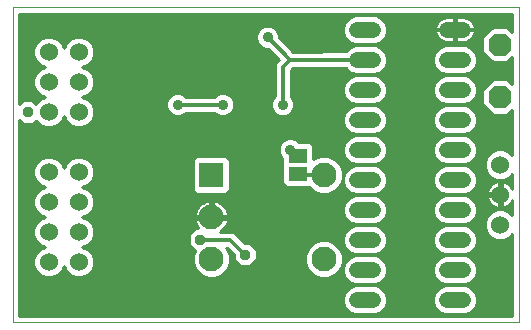
<source format=gbl>
G75*
%MOIN*%
%OFA0B0*%
%FSLAX25Y25*%
%IPPOS*%
%LPD*%
%AMOC8*
5,1,8,0,0,1.08239X$1,22.5*
%
%ADD10C,0.00000*%
%ADD11C,0.08268*%
%ADD12R,0.08268X0.08268*%
%ADD13C,0.06000*%
%ADD14C,0.05200*%
%ADD15OC8,0.07600*%
%ADD16R,0.06300X0.04600*%
%ADD17C,0.03562*%
%ADD18C,0.01200*%
%ADD19C,0.01000*%
%ADD20OC8,0.03562*%
%ADD21R,0.03562X0.03562*%
D10*
X0001500Y0021602D02*
X0001500Y0126562D01*
X0170201Y0126562D01*
X0170201Y0021602D01*
X0001500Y0021602D01*
D11*
X0067760Y0042586D03*
X0067760Y0056602D03*
X0105240Y0070617D03*
X0105240Y0042586D03*
D12*
X0067760Y0070617D03*
D13*
X0023500Y0071602D03*
X0013500Y0071602D03*
X0013500Y0061602D03*
X0023500Y0061602D03*
X0023500Y0051602D03*
X0013500Y0051602D03*
X0013500Y0041602D03*
X0023500Y0041602D03*
X0023500Y0091602D03*
X0013500Y0091602D03*
X0013500Y0101602D03*
X0023500Y0101602D03*
X0023500Y0111602D03*
X0013500Y0111602D03*
X0164000Y0074102D03*
X0164000Y0064102D03*
X0164000Y0054102D03*
D14*
X0151600Y0049121D02*
X0146400Y0049121D01*
X0146400Y0039121D02*
X0151600Y0039121D01*
X0151600Y0029121D02*
X0146400Y0029121D01*
X0121600Y0029121D02*
X0116400Y0029121D01*
X0116400Y0039121D02*
X0121600Y0039121D01*
X0121600Y0049121D02*
X0116400Y0049121D01*
X0116400Y0059121D02*
X0121600Y0059121D01*
X0121600Y0069121D02*
X0116400Y0069121D01*
X0116400Y0079121D02*
X0121600Y0079121D01*
X0121600Y0089121D02*
X0116400Y0089121D01*
X0116400Y0099121D02*
X0121600Y0099121D01*
X0121600Y0109121D02*
X0116400Y0109121D01*
X0116400Y0119121D02*
X0121600Y0119121D01*
X0146400Y0119121D02*
X0151600Y0119121D01*
X0151600Y0109121D02*
X0146400Y0109121D01*
X0146400Y0099121D02*
X0151600Y0099121D01*
X0151600Y0089121D02*
X0146400Y0089121D01*
X0146400Y0079121D02*
X0151600Y0079121D01*
X0151600Y0069121D02*
X0146400Y0069121D01*
X0146400Y0059121D02*
X0151600Y0059121D01*
D15*
X0164000Y0096602D03*
X0164000Y0114102D03*
D16*
X0096500Y0077102D03*
X0096500Y0071102D03*
D17*
X0094000Y0079102D03*
X0104000Y0081602D03*
X0091480Y0094082D03*
X0109000Y0096602D03*
X0086480Y0116582D03*
X0064000Y0104102D03*
X0056500Y0094102D03*
X0071500Y0094102D03*
X0109000Y0119102D03*
D18*
X0119000Y0109121D02*
X0096500Y0109102D01*
X0093961Y0109102D01*
X0091480Y0106621D01*
X0091480Y0094082D01*
X0071500Y0094102D02*
X0056500Y0094102D01*
X0086480Y0116582D02*
X0093961Y0109102D01*
X0096500Y0071102D02*
X0096984Y0070617D01*
X0105240Y0070617D01*
X0079000Y0044102D02*
X0074000Y0049102D01*
X0064000Y0049102D01*
D19*
X0061049Y0046564D02*
X0024846Y0046564D01*
X0024756Y0046602D02*
X0026389Y0047278D01*
X0027824Y0048713D01*
X0028600Y0050587D01*
X0028600Y0052616D01*
X0027824Y0054491D01*
X0026389Y0055925D01*
X0024756Y0056602D01*
X0026389Y0057278D01*
X0027824Y0058713D01*
X0028600Y0060587D01*
X0028600Y0062616D01*
X0027824Y0064491D01*
X0026389Y0065925D01*
X0024756Y0066602D01*
X0026389Y0067278D01*
X0027824Y0068713D01*
X0028600Y0070587D01*
X0028600Y0072616D01*
X0027824Y0074491D01*
X0026389Y0075925D01*
X0024514Y0076702D01*
X0022486Y0076702D01*
X0020611Y0075925D01*
X0019176Y0074491D01*
X0018500Y0072857D01*
X0017824Y0074491D01*
X0016389Y0075925D01*
X0014514Y0076702D01*
X0012486Y0076702D01*
X0010611Y0075925D01*
X0009176Y0074491D01*
X0008400Y0072616D01*
X0008400Y0070587D01*
X0009176Y0068713D01*
X0010611Y0067278D01*
X0012244Y0066602D01*
X0010611Y0065925D01*
X0009176Y0064491D01*
X0008400Y0062616D01*
X0008400Y0060587D01*
X0009176Y0058713D01*
X0010611Y0057278D01*
X0012244Y0056602D01*
X0010611Y0055925D01*
X0009176Y0054491D01*
X0008400Y0052616D01*
X0008400Y0050587D01*
X0009176Y0048713D01*
X0010611Y0047278D01*
X0012244Y0046602D01*
X0010611Y0045925D01*
X0009176Y0044491D01*
X0008400Y0042616D01*
X0008400Y0040587D01*
X0009176Y0038713D01*
X0010611Y0037278D01*
X0012486Y0036502D01*
X0014514Y0036502D01*
X0016389Y0037278D01*
X0017824Y0038713D01*
X0018500Y0040346D01*
X0019176Y0038713D01*
X0020611Y0037278D01*
X0022486Y0036502D01*
X0024514Y0036502D01*
X0026389Y0037278D01*
X0027824Y0038713D01*
X0028600Y0040587D01*
X0028600Y0042616D01*
X0027824Y0044491D01*
X0026389Y0045925D01*
X0024756Y0046602D01*
X0026674Y0047563D02*
X0060119Y0047563D01*
X0060119Y0047494D02*
X0062188Y0045425D01*
X0061526Y0043826D01*
X0061526Y0041346D01*
X0062475Y0039055D01*
X0064229Y0037301D01*
X0066520Y0036352D01*
X0069000Y0036352D01*
X0071291Y0037301D01*
X0073045Y0039055D01*
X0073994Y0041346D01*
X0073994Y0043826D01*
X0073045Y0046117D01*
X0072760Y0046402D01*
X0072882Y0046402D01*
X0075119Y0044164D01*
X0075119Y0042494D01*
X0077392Y0040221D01*
X0080608Y0040221D01*
X0082881Y0042494D01*
X0082881Y0045709D01*
X0080608Y0047983D01*
X0078937Y0047983D01*
X0075529Y0051391D01*
X0074537Y0051802D01*
X0070738Y0051802D01*
X0071430Y0052304D01*
X0072057Y0052931D01*
X0072578Y0053649D01*
X0072981Y0054439D01*
X0073255Y0055282D01*
X0073385Y0056102D01*
X0068260Y0056102D01*
X0068260Y0057102D01*
X0067260Y0057102D01*
X0067260Y0062227D01*
X0066441Y0062097D01*
X0065597Y0061823D01*
X0064807Y0061420D01*
X0064090Y0060899D01*
X0063463Y0060272D01*
X0062941Y0059554D01*
X0062539Y0058764D01*
X0062265Y0057921D01*
X0062135Y0057102D01*
X0067260Y0057102D01*
X0067260Y0056102D01*
X0062135Y0056102D01*
X0062265Y0055282D01*
X0062539Y0054439D01*
X0062941Y0053649D01*
X0063425Y0052983D01*
X0062392Y0052983D01*
X0060119Y0050709D01*
X0060119Y0047494D01*
X0060119Y0048561D02*
X0027672Y0048561D01*
X0028174Y0049560D02*
X0060119Y0049560D01*
X0060119Y0050558D02*
X0028588Y0050558D01*
X0028600Y0051557D02*
X0060967Y0051557D01*
X0061965Y0052555D02*
X0028600Y0052555D01*
X0028212Y0053554D02*
X0063010Y0053554D01*
X0062502Y0054553D02*
X0027762Y0054553D01*
X0026763Y0055551D02*
X0062222Y0055551D01*
X0062206Y0057548D02*
X0026659Y0057548D01*
X0027657Y0058547D02*
X0062468Y0058547D01*
X0062937Y0059545D02*
X0028168Y0059545D01*
X0028582Y0060544D02*
X0063734Y0060544D01*
X0065046Y0061542D02*
X0028600Y0061542D01*
X0028600Y0062541D02*
X0113172Y0062541D01*
X0113738Y0063106D02*
X0112416Y0061784D01*
X0111700Y0060056D01*
X0111700Y0058186D01*
X0112416Y0056459D01*
X0113738Y0055137D01*
X0115465Y0054421D01*
X0122535Y0054421D01*
X0124262Y0055137D01*
X0125584Y0056459D01*
X0126300Y0058186D01*
X0126300Y0060056D01*
X0125584Y0061784D01*
X0124262Y0063106D01*
X0122535Y0063821D01*
X0115465Y0063821D01*
X0113738Y0063106D01*
X0114784Y0063539D02*
X0028218Y0063539D01*
X0027776Y0064538D02*
X0062602Y0064538D01*
X0062756Y0064384D02*
X0072764Y0064384D01*
X0073994Y0065614D01*
X0073994Y0075621D01*
X0072764Y0076851D01*
X0062756Y0076851D01*
X0061526Y0075621D01*
X0061526Y0065614D01*
X0062756Y0064384D01*
X0061604Y0065536D02*
X0026778Y0065536D01*
X0026644Y0067533D02*
X0061526Y0067533D01*
X0061526Y0066535D02*
X0024918Y0066535D01*
X0027643Y0068532D02*
X0061526Y0068532D01*
X0061526Y0069530D02*
X0028162Y0069530D01*
X0028576Y0070529D02*
X0061526Y0070529D01*
X0061526Y0071527D02*
X0028600Y0071527D01*
X0028600Y0072526D02*
X0061526Y0072526D01*
X0061526Y0073524D02*
X0028224Y0073524D01*
X0027791Y0074523D02*
X0061526Y0074523D01*
X0061526Y0075521D02*
X0026793Y0075521D01*
X0024954Y0076520D02*
X0062425Y0076520D01*
X0073095Y0076520D02*
X0091093Y0076520D01*
X0091250Y0076363D02*
X0091250Y0067932D01*
X0092480Y0066702D01*
X0100340Y0066702D01*
X0101709Y0065333D01*
X0104000Y0064384D01*
X0106480Y0064384D01*
X0108771Y0065333D01*
X0110525Y0067086D01*
X0111474Y0069377D01*
X0111474Y0071857D01*
X0110525Y0074149D01*
X0108771Y0075902D01*
X0106480Y0076851D01*
X0104000Y0076851D01*
X0101750Y0075919D01*
X0101750Y0080271D01*
X0100520Y0081502D01*
X0097089Y0081502D01*
X0096198Y0082392D01*
X0094772Y0082983D01*
X0093228Y0082983D01*
X0091802Y0082392D01*
X0090710Y0081300D01*
X0090119Y0079874D01*
X0090119Y0078330D01*
X0090710Y0076903D01*
X0091250Y0076363D01*
X0091250Y0075521D02*
X0073994Y0075521D01*
X0073994Y0074523D02*
X0091250Y0074523D01*
X0091250Y0073524D02*
X0073994Y0073524D01*
X0073994Y0072526D02*
X0091250Y0072526D01*
X0091250Y0071527D02*
X0073994Y0071527D01*
X0073994Y0070529D02*
X0091250Y0070529D01*
X0091250Y0069530D02*
X0073994Y0069530D01*
X0073994Y0068532D02*
X0091250Y0068532D01*
X0091649Y0067533D02*
X0073994Y0067533D01*
X0073994Y0066535D02*
X0100507Y0066535D01*
X0101505Y0065536D02*
X0073916Y0065536D01*
X0072918Y0064538D02*
X0103628Y0064538D01*
X0106852Y0064538D02*
X0115184Y0064538D01*
X0115465Y0064421D02*
X0122535Y0064421D01*
X0124262Y0065137D01*
X0125584Y0066459D01*
X0126300Y0068186D01*
X0126300Y0070056D01*
X0125584Y0071784D01*
X0124262Y0073106D01*
X0122535Y0073821D01*
X0115465Y0073821D01*
X0113738Y0073106D01*
X0112416Y0071784D01*
X0111700Y0070056D01*
X0111700Y0068186D01*
X0112416Y0066459D01*
X0113738Y0065137D01*
X0115465Y0064421D01*
X0113338Y0065536D02*
X0108975Y0065536D01*
X0109973Y0066535D02*
X0112384Y0066535D01*
X0111971Y0067533D02*
X0110710Y0067533D01*
X0111124Y0068532D02*
X0111700Y0068532D01*
X0111700Y0069530D02*
X0111474Y0069530D01*
X0111474Y0070529D02*
X0111896Y0070529D01*
X0112309Y0071527D02*
X0111474Y0071527D01*
X0111197Y0072526D02*
X0113158Y0072526D01*
X0114748Y0073524D02*
X0110784Y0073524D01*
X0110151Y0074523D02*
X0115220Y0074523D01*
X0115465Y0074421D02*
X0122535Y0074421D01*
X0124262Y0075137D01*
X0125584Y0076459D01*
X0126300Y0078186D01*
X0126300Y0080056D01*
X0125584Y0081784D01*
X0124262Y0083106D01*
X0122535Y0083821D01*
X0115465Y0083821D01*
X0113738Y0083106D01*
X0112416Y0081784D01*
X0111700Y0080056D01*
X0111700Y0078186D01*
X0112416Y0076459D01*
X0113738Y0075137D01*
X0115465Y0074421D01*
X0113353Y0075521D02*
X0109152Y0075521D01*
X0107280Y0076520D02*
X0112390Y0076520D01*
X0111977Y0077518D02*
X0101750Y0077518D01*
X0101750Y0076520D02*
X0103200Y0076520D01*
X0101750Y0078517D02*
X0111700Y0078517D01*
X0111700Y0079515D02*
X0101750Y0079515D01*
X0101508Y0080514D02*
X0111890Y0080514D01*
X0112303Y0081512D02*
X0097078Y0081512D01*
X0095911Y0082511D02*
X0113143Y0082511D01*
X0114712Y0083509D02*
X0003600Y0083509D01*
X0003600Y0082511D02*
X0092089Y0082511D01*
X0090922Y0081512D02*
X0003600Y0081512D01*
X0003600Y0080514D02*
X0090384Y0080514D01*
X0090119Y0079515D02*
X0003600Y0079515D01*
X0003600Y0078517D02*
X0090119Y0078517D01*
X0090455Y0077518D02*
X0003600Y0077518D01*
X0003600Y0076520D02*
X0012046Y0076520D01*
X0010207Y0075521D02*
X0003600Y0075521D01*
X0003600Y0074523D02*
X0009209Y0074523D01*
X0008776Y0073524D02*
X0003600Y0073524D01*
X0003600Y0072526D02*
X0008400Y0072526D01*
X0008400Y0071527D02*
X0003600Y0071527D01*
X0003600Y0070529D02*
X0008424Y0070529D01*
X0008838Y0069530D02*
X0003600Y0069530D01*
X0003600Y0068532D02*
X0009357Y0068532D01*
X0010356Y0067533D02*
X0003600Y0067533D01*
X0003600Y0066535D02*
X0012082Y0066535D01*
X0010222Y0065536D02*
X0003600Y0065536D01*
X0003600Y0064538D02*
X0009223Y0064538D01*
X0008782Y0063539D02*
X0003600Y0063539D01*
X0003600Y0062541D02*
X0008400Y0062541D01*
X0008400Y0061542D02*
X0003600Y0061542D01*
X0003600Y0060544D02*
X0008418Y0060544D01*
X0008832Y0059545D02*
X0003600Y0059545D01*
X0003600Y0058547D02*
X0009343Y0058547D01*
X0010341Y0057548D02*
X0003600Y0057548D01*
X0003600Y0056550D02*
X0012118Y0056550D01*
X0010237Y0055551D02*
X0003600Y0055551D01*
X0003600Y0054553D02*
X0009238Y0054553D01*
X0008788Y0053554D02*
X0003600Y0053554D01*
X0003600Y0052555D02*
X0008400Y0052555D01*
X0008400Y0051557D02*
X0003600Y0051557D01*
X0003600Y0050558D02*
X0008412Y0050558D01*
X0008825Y0049560D02*
X0003600Y0049560D01*
X0003600Y0048561D02*
X0009328Y0048561D01*
X0010326Y0047563D02*
X0003600Y0047563D01*
X0003600Y0046564D02*
X0012154Y0046564D01*
X0010252Y0045566D02*
X0003600Y0045566D01*
X0003600Y0044567D02*
X0009253Y0044567D01*
X0008795Y0043569D02*
X0003600Y0043569D01*
X0003600Y0042570D02*
X0008400Y0042570D01*
X0008400Y0041572D02*
X0003600Y0041572D01*
X0003600Y0040573D02*
X0008406Y0040573D01*
X0008819Y0039575D02*
X0003600Y0039575D01*
X0003600Y0038576D02*
X0009313Y0038576D01*
X0010311Y0037578D02*
X0003600Y0037578D01*
X0003600Y0036579D02*
X0012298Y0036579D01*
X0014702Y0036579D02*
X0022298Y0036579D01*
X0020311Y0037578D02*
X0016689Y0037578D01*
X0017687Y0038576D02*
X0019313Y0038576D01*
X0018819Y0039575D02*
X0018181Y0039575D01*
X0024702Y0036579D02*
X0065971Y0036579D01*
X0063952Y0037578D02*
X0026689Y0037578D01*
X0027687Y0038576D02*
X0062953Y0038576D01*
X0062260Y0039575D02*
X0028181Y0039575D01*
X0028594Y0040573D02*
X0061846Y0040573D01*
X0061526Y0041572D02*
X0028600Y0041572D01*
X0028600Y0042570D02*
X0061526Y0042570D01*
X0061526Y0043569D02*
X0028205Y0043569D01*
X0027747Y0044567D02*
X0061833Y0044567D01*
X0062047Y0045566D02*
X0026748Y0045566D01*
X0024882Y0056550D02*
X0067260Y0056550D01*
X0067260Y0057548D02*
X0068260Y0057548D01*
X0068260Y0057102D02*
X0068260Y0062227D01*
X0069079Y0062097D01*
X0069922Y0061823D01*
X0070713Y0061420D01*
X0071430Y0060899D01*
X0072057Y0060272D01*
X0072578Y0059554D01*
X0072981Y0058764D01*
X0073255Y0057921D01*
X0073385Y0057102D01*
X0068260Y0057102D01*
X0068260Y0056550D02*
X0112378Y0056550D01*
X0111964Y0057548D02*
X0073314Y0057548D01*
X0073052Y0058547D02*
X0111700Y0058547D01*
X0111700Y0059545D02*
X0072583Y0059545D01*
X0071785Y0060544D02*
X0111902Y0060544D01*
X0112315Y0061542D02*
X0070473Y0061542D01*
X0068260Y0061542D02*
X0067260Y0061542D01*
X0067260Y0060544D02*
X0068260Y0060544D01*
X0068260Y0059545D02*
X0067260Y0059545D01*
X0067260Y0058547D02*
X0068260Y0058547D01*
X0073298Y0055551D02*
X0113323Y0055551D01*
X0115148Y0054553D02*
X0073018Y0054553D01*
X0072509Y0053554D02*
X0114820Y0053554D01*
X0115465Y0053821D02*
X0113738Y0053106D01*
X0112416Y0051784D01*
X0111700Y0050056D01*
X0111700Y0048186D01*
X0112416Y0046459D01*
X0113738Y0045137D01*
X0115465Y0044421D01*
X0122535Y0044421D01*
X0124262Y0045137D01*
X0125584Y0046459D01*
X0126300Y0048186D01*
X0126300Y0050056D01*
X0125584Y0051784D01*
X0124262Y0053106D01*
X0122535Y0053821D01*
X0115465Y0053821D01*
X0113187Y0052555D02*
X0071681Y0052555D01*
X0075128Y0051557D02*
X0112322Y0051557D01*
X0111908Y0050558D02*
X0076362Y0050558D01*
X0077360Y0049560D02*
X0111700Y0049560D01*
X0111700Y0048561D02*
X0107104Y0048561D01*
X0106480Y0048820D02*
X0104000Y0048820D01*
X0101709Y0047871D01*
X0099955Y0046117D01*
X0099006Y0043826D01*
X0099006Y0041346D01*
X0099955Y0039055D01*
X0101709Y0037301D01*
X0104000Y0036352D01*
X0106480Y0036352D01*
X0108771Y0037301D01*
X0110525Y0039055D01*
X0111474Y0041346D01*
X0111474Y0043826D01*
X0110525Y0046117D01*
X0108771Y0047871D01*
X0106480Y0048820D01*
X0109079Y0047563D02*
X0111958Y0047563D01*
X0112372Y0046564D02*
X0110078Y0046564D01*
X0110753Y0045566D02*
X0113309Y0045566D01*
X0115112Y0044567D02*
X0111167Y0044567D01*
X0111474Y0043569D02*
X0114856Y0043569D01*
X0115465Y0043821D02*
X0113738Y0043106D01*
X0112416Y0041784D01*
X0111700Y0040056D01*
X0111700Y0038186D01*
X0112416Y0036459D01*
X0113738Y0035137D01*
X0115465Y0034421D01*
X0122535Y0034421D01*
X0124262Y0035137D01*
X0125584Y0036459D01*
X0126300Y0038186D01*
X0126300Y0040056D01*
X0125584Y0041784D01*
X0124262Y0043106D01*
X0122535Y0043821D01*
X0115465Y0043821D01*
X0113202Y0042570D02*
X0111474Y0042570D01*
X0111474Y0041572D02*
X0112328Y0041572D01*
X0111914Y0040573D02*
X0111154Y0040573D01*
X0110740Y0039575D02*
X0111700Y0039575D01*
X0111700Y0038576D02*
X0110047Y0038576D01*
X0109048Y0037578D02*
X0111952Y0037578D01*
X0112366Y0036579D02*
X0107029Y0036579D01*
X0103451Y0036579D02*
X0069549Y0036579D01*
X0071568Y0037578D02*
X0101432Y0037578D01*
X0100434Y0038576D02*
X0072566Y0038576D01*
X0073260Y0039575D02*
X0099740Y0039575D01*
X0099326Y0040573D02*
X0080960Y0040573D01*
X0081959Y0041572D02*
X0099006Y0041572D01*
X0099006Y0042570D02*
X0082881Y0042570D01*
X0082881Y0043569D02*
X0099006Y0043569D01*
X0099313Y0044567D02*
X0082881Y0044567D01*
X0082881Y0045566D02*
X0099727Y0045566D01*
X0100403Y0046564D02*
X0082026Y0046564D01*
X0081027Y0047563D02*
X0101401Y0047563D01*
X0103377Y0048561D02*
X0078359Y0048561D01*
X0074716Y0044567D02*
X0073687Y0044567D01*
X0073717Y0045566D02*
X0073273Y0045566D01*
X0073994Y0043569D02*
X0075119Y0043569D01*
X0075119Y0042570D02*
X0073994Y0042570D01*
X0073994Y0041572D02*
X0076041Y0041572D01*
X0077040Y0040573D02*
X0073674Y0040573D01*
X0111700Y0030056D02*
X0111700Y0028186D01*
X0112416Y0026459D01*
X0113738Y0025137D01*
X0115465Y0024421D01*
X0122535Y0024421D01*
X0124262Y0025137D01*
X0125584Y0026459D01*
X0126300Y0028186D01*
X0126300Y0030056D01*
X0125584Y0031784D01*
X0124262Y0033106D01*
X0122535Y0033821D01*
X0115465Y0033821D01*
X0113738Y0033106D01*
X0112416Y0031784D01*
X0111700Y0030056D01*
X0111700Y0029590D02*
X0003600Y0029590D01*
X0003600Y0030588D02*
X0111920Y0030588D01*
X0112334Y0031587D02*
X0003600Y0031587D01*
X0003600Y0032585D02*
X0113217Y0032585D01*
X0114892Y0033584D02*
X0003600Y0033584D01*
X0003600Y0034582D02*
X0115076Y0034582D01*
X0113294Y0035581D02*
X0003600Y0035581D01*
X0003600Y0028591D02*
X0111700Y0028591D01*
X0111946Y0027593D02*
X0003600Y0027593D01*
X0003600Y0026594D02*
X0112360Y0026594D01*
X0113279Y0025596D02*
X0003600Y0025596D01*
X0003600Y0024597D02*
X0115041Y0024597D01*
X0122959Y0024597D02*
X0145041Y0024597D01*
X0145465Y0024421D02*
X0143738Y0025137D01*
X0142416Y0026459D01*
X0141700Y0028186D01*
X0141700Y0030056D01*
X0142416Y0031784D01*
X0143738Y0033106D01*
X0145465Y0033821D01*
X0152535Y0033821D01*
X0154262Y0033106D01*
X0155584Y0031784D01*
X0156300Y0030056D01*
X0156300Y0028186D01*
X0155584Y0026459D01*
X0154262Y0025137D01*
X0152535Y0024421D01*
X0145465Y0024421D01*
X0143279Y0025596D02*
X0124721Y0025596D01*
X0125640Y0026594D02*
X0142360Y0026594D01*
X0141946Y0027593D02*
X0126054Y0027593D01*
X0126300Y0028591D02*
X0141700Y0028591D01*
X0141700Y0029590D02*
X0126300Y0029590D01*
X0126080Y0030588D02*
X0141920Y0030588D01*
X0142334Y0031587D02*
X0125666Y0031587D01*
X0124783Y0032585D02*
X0143217Y0032585D01*
X0144892Y0033584D02*
X0123108Y0033584D01*
X0122923Y0034582D02*
X0145076Y0034582D01*
X0145465Y0034421D02*
X0143738Y0035137D01*
X0142416Y0036459D01*
X0141700Y0038186D01*
X0141700Y0040056D01*
X0142416Y0041784D01*
X0143738Y0043106D01*
X0145465Y0043821D01*
X0152535Y0043821D01*
X0154262Y0043106D01*
X0155584Y0041784D01*
X0156300Y0040056D01*
X0156300Y0038186D01*
X0155584Y0036459D01*
X0154262Y0035137D01*
X0152535Y0034421D01*
X0145465Y0034421D01*
X0143294Y0035581D02*
X0124706Y0035581D01*
X0125634Y0036579D02*
X0142366Y0036579D01*
X0141952Y0037578D02*
X0126048Y0037578D01*
X0126300Y0038576D02*
X0141700Y0038576D01*
X0141700Y0039575D02*
X0126300Y0039575D01*
X0126086Y0040573D02*
X0141914Y0040573D01*
X0142328Y0041572D02*
X0125672Y0041572D01*
X0124798Y0042570D02*
X0143202Y0042570D01*
X0144856Y0043569D02*
X0123144Y0043569D01*
X0122888Y0044567D02*
X0145112Y0044567D01*
X0145465Y0044421D02*
X0143738Y0045137D01*
X0142416Y0046459D01*
X0141700Y0048186D01*
X0141700Y0050056D01*
X0142416Y0051784D01*
X0143738Y0053106D01*
X0145465Y0053821D01*
X0152535Y0053821D01*
X0154262Y0053106D01*
X0155584Y0051784D01*
X0156300Y0050056D01*
X0156300Y0048186D01*
X0155584Y0046459D01*
X0154262Y0045137D01*
X0152535Y0044421D01*
X0145465Y0044421D01*
X0143309Y0045566D02*
X0124691Y0045566D01*
X0125628Y0046564D02*
X0142372Y0046564D01*
X0141958Y0047563D02*
X0126042Y0047563D01*
X0126300Y0048561D02*
X0141700Y0048561D01*
X0141700Y0049560D02*
X0126300Y0049560D01*
X0126092Y0050558D02*
X0141908Y0050558D01*
X0142322Y0051557D02*
X0125678Y0051557D01*
X0124813Y0052555D02*
X0143187Y0052555D01*
X0144820Y0053554D02*
X0123180Y0053554D01*
X0122852Y0054553D02*
X0145148Y0054553D01*
X0145465Y0054421D02*
X0143738Y0055137D01*
X0142416Y0056459D01*
X0141700Y0058186D01*
X0141700Y0060056D01*
X0142416Y0061784D01*
X0143738Y0063106D01*
X0145465Y0063821D01*
X0152535Y0063821D01*
X0154262Y0063106D01*
X0155584Y0061784D01*
X0156300Y0060056D01*
X0156300Y0058186D01*
X0155584Y0056459D01*
X0154262Y0055137D01*
X0152535Y0054421D01*
X0145465Y0054421D01*
X0143323Y0055551D02*
X0124677Y0055551D01*
X0125622Y0056550D02*
X0142378Y0056550D01*
X0141964Y0057548D02*
X0126036Y0057548D01*
X0126300Y0058547D02*
X0141700Y0058547D01*
X0141700Y0059545D02*
X0126300Y0059545D01*
X0126098Y0060544D02*
X0141902Y0060544D01*
X0142315Y0061542D02*
X0125685Y0061542D01*
X0124828Y0062541D02*
X0143172Y0062541D01*
X0144784Y0063539D02*
X0123216Y0063539D01*
X0122816Y0064538D02*
X0145184Y0064538D01*
X0145465Y0064421D02*
X0143738Y0065137D01*
X0142416Y0066459D01*
X0141700Y0068186D01*
X0141700Y0070056D01*
X0142416Y0071784D01*
X0143738Y0073106D01*
X0145465Y0073821D01*
X0152535Y0073821D01*
X0154262Y0073106D01*
X0155584Y0071784D01*
X0156300Y0070056D01*
X0156300Y0068186D01*
X0155584Y0066459D01*
X0154262Y0065137D01*
X0152535Y0064421D01*
X0145465Y0064421D01*
X0143338Y0065536D02*
X0124662Y0065536D01*
X0125616Y0066535D02*
X0142384Y0066535D01*
X0141971Y0067533D02*
X0126029Y0067533D01*
X0126300Y0068532D02*
X0141700Y0068532D01*
X0141700Y0069530D02*
X0126300Y0069530D01*
X0126104Y0070529D02*
X0141896Y0070529D01*
X0142309Y0071527D02*
X0125691Y0071527D01*
X0124842Y0072526D02*
X0143158Y0072526D01*
X0144748Y0073524D02*
X0123252Y0073524D01*
X0122780Y0074523D02*
X0145220Y0074523D01*
X0145465Y0074421D02*
X0143738Y0075137D01*
X0142416Y0076459D01*
X0141700Y0078186D01*
X0141700Y0080056D01*
X0142416Y0081784D01*
X0143738Y0083106D01*
X0145465Y0083821D01*
X0152535Y0083821D01*
X0154262Y0083106D01*
X0155584Y0081784D01*
X0156300Y0080056D01*
X0156300Y0078186D01*
X0155584Y0076459D01*
X0154262Y0075137D01*
X0152535Y0074421D01*
X0145465Y0074421D01*
X0143353Y0075521D02*
X0124647Y0075521D01*
X0125610Y0076520D02*
X0142390Y0076520D01*
X0141977Y0077518D02*
X0126023Y0077518D01*
X0126300Y0078517D02*
X0141700Y0078517D01*
X0141700Y0079515D02*
X0126300Y0079515D01*
X0126110Y0080514D02*
X0141890Y0080514D01*
X0142303Y0081512D02*
X0125697Y0081512D01*
X0124857Y0082511D02*
X0143143Y0082511D01*
X0144712Y0083509D02*
X0123288Y0083509D01*
X0122744Y0084508D02*
X0145256Y0084508D01*
X0145465Y0084421D02*
X0143738Y0085137D01*
X0142416Y0086459D01*
X0141700Y0088186D01*
X0141700Y0090056D01*
X0142416Y0091784D01*
X0143738Y0093106D01*
X0145465Y0093821D01*
X0152535Y0093821D01*
X0154262Y0093106D01*
X0155584Y0091784D01*
X0156300Y0090056D01*
X0156300Y0088186D01*
X0155584Y0086459D01*
X0154262Y0085137D01*
X0152535Y0084421D01*
X0145465Y0084421D01*
X0143368Y0085506D02*
X0124632Y0085506D01*
X0124262Y0085137D02*
X0125584Y0086459D01*
X0126300Y0088186D01*
X0126300Y0090056D01*
X0125584Y0091784D01*
X0124262Y0093106D01*
X0122535Y0093821D01*
X0115465Y0093821D01*
X0113738Y0093106D01*
X0112416Y0091784D01*
X0111700Y0090056D01*
X0111700Y0088186D01*
X0112416Y0086459D01*
X0113738Y0085137D01*
X0115465Y0084421D01*
X0122535Y0084421D01*
X0124262Y0085137D01*
X0125603Y0086505D02*
X0142397Y0086505D01*
X0141983Y0087503D02*
X0126017Y0087503D01*
X0126300Y0088502D02*
X0141700Y0088502D01*
X0141700Y0089500D02*
X0126300Y0089500D01*
X0126117Y0090499D02*
X0141883Y0090499D01*
X0142297Y0091497D02*
X0125703Y0091497D01*
X0124872Y0092496D02*
X0143128Y0092496D01*
X0144676Y0093494D02*
X0123324Y0093494D01*
X0122708Y0094493D02*
X0145292Y0094493D01*
X0145465Y0094421D02*
X0143738Y0095137D01*
X0142416Y0096459D01*
X0141700Y0098186D01*
X0141700Y0100056D01*
X0142416Y0101784D01*
X0143738Y0103106D01*
X0145465Y0103821D01*
X0152535Y0103821D01*
X0154262Y0103106D01*
X0155584Y0101784D01*
X0156300Y0100056D01*
X0156300Y0098186D01*
X0155584Y0096459D01*
X0154262Y0095137D01*
X0152535Y0094421D01*
X0145465Y0094421D01*
X0143383Y0095491D02*
X0124617Y0095491D01*
X0124262Y0095137D02*
X0125584Y0096459D01*
X0126300Y0098186D01*
X0126300Y0100056D01*
X0125584Y0101784D01*
X0124262Y0103106D01*
X0122535Y0103821D01*
X0115465Y0103821D01*
X0113738Y0103106D01*
X0112416Y0101784D01*
X0111700Y0100056D01*
X0111700Y0098186D01*
X0112416Y0096459D01*
X0113738Y0095137D01*
X0115465Y0094421D01*
X0122535Y0094421D01*
X0124262Y0095137D01*
X0125597Y0096490D02*
X0142403Y0096490D01*
X0141989Y0097488D02*
X0126011Y0097488D01*
X0126300Y0098487D02*
X0141700Y0098487D01*
X0141700Y0099486D02*
X0126300Y0099486D01*
X0126123Y0100484D02*
X0141877Y0100484D01*
X0142291Y0101483D02*
X0125709Y0101483D01*
X0124887Y0102481D02*
X0143113Y0102481D01*
X0144640Y0103480D02*
X0123360Y0103480D01*
X0122672Y0104478D02*
X0145328Y0104478D01*
X0145465Y0104421D02*
X0152535Y0104421D01*
X0154262Y0105137D01*
X0155584Y0106459D01*
X0156300Y0108186D01*
X0156300Y0110056D01*
X0155584Y0111784D01*
X0154262Y0113106D01*
X0152535Y0113821D01*
X0145465Y0113821D01*
X0143738Y0113106D01*
X0142416Y0111784D01*
X0141700Y0110056D01*
X0141700Y0108186D01*
X0142416Y0106459D01*
X0143738Y0105137D01*
X0145465Y0104421D01*
X0143398Y0105477D02*
X0124602Y0105477D01*
X0124262Y0105137D02*
X0125584Y0106459D01*
X0126300Y0108186D01*
X0126300Y0110056D01*
X0125584Y0111784D01*
X0124262Y0113106D01*
X0122535Y0113821D01*
X0115465Y0113821D01*
X0113738Y0113106D01*
X0112447Y0111816D01*
X0096495Y0111802D01*
X0095079Y0111802D01*
X0090361Y0116519D01*
X0090361Y0117354D01*
X0089771Y0118780D01*
X0088679Y0119872D01*
X0087252Y0120463D01*
X0085708Y0120463D01*
X0084282Y0119872D01*
X0083190Y0118780D01*
X0082599Y0117354D01*
X0082599Y0115810D01*
X0083190Y0114383D01*
X0084282Y0113292D01*
X0085708Y0112701D01*
X0086543Y0112701D01*
X0090142Y0109102D01*
X0089951Y0108910D01*
X0089191Y0108151D01*
X0088780Y0107158D01*
X0088780Y0096871D01*
X0088190Y0096280D01*
X0087599Y0094854D01*
X0087599Y0093310D01*
X0088190Y0091883D01*
X0089282Y0090792D01*
X0090708Y0090201D01*
X0092252Y0090201D01*
X0093679Y0090792D01*
X0094771Y0091883D01*
X0095361Y0093310D01*
X0095361Y0094854D01*
X0094771Y0096280D01*
X0094180Y0096871D01*
X0094180Y0105503D01*
X0095079Y0106402D01*
X0095964Y0106402D01*
X0095965Y0106401D01*
X0096500Y0106402D01*
X0097037Y0106402D01*
X0097038Y0106402D01*
X0112459Y0106416D01*
X0113738Y0105137D01*
X0115465Y0104421D01*
X0122535Y0104421D01*
X0124262Y0105137D01*
X0125591Y0106475D02*
X0142409Y0106475D01*
X0141995Y0107474D02*
X0126005Y0107474D01*
X0126300Y0108472D02*
X0141700Y0108472D01*
X0141700Y0109471D02*
X0126300Y0109471D01*
X0126129Y0110469D02*
X0141871Y0110469D01*
X0142285Y0111468D02*
X0125715Y0111468D01*
X0124902Y0112466D02*
X0143098Y0112466D01*
X0144604Y0113465D02*
X0123396Y0113465D01*
X0122636Y0114463D02*
X0158100Y0114463D01*
X0158100Y0113465D02*
X0153396Y0113465D01*
X0154902Y0112466D02*
X0158100Y0112466D01*
X0158100Y0111658D02*
X0161556Y0108202D01*
X0166444Y0108202D01*
X0168101Y0109859D01*
X0168101Y0100845D01*
X0166444Y0102502D01*
X0161556Y0102502D01*
X0158100Y0099045D01*
X0158100Y0094158D01*
X0161556Y0090702D01*
X0166444Y0090702D01*
X0168101Y0092359D01*
X0168101Y0077213D01*
X0166889Y0078425D01*
X0165014Y0079202D01*
X0162986Y0079202D01*
X0161111Y0078425D01*
X0159676Y0076991D01*
X0158900Y0075116D01*
X0158900Y0073087D01*
X0159676Y0071213D01*
X0161111Y0069778D01*
X0162986Y0069002D01*
X0165014Y0069002D01*
X0166889Y0069778D01*
X0168101Y0070990D01*
X0168101Y0065965D01*
X0167849Y0066460D01*
X0167432Y0067033D01*
X0166932Y0067534D01*
X0166359Y0067950D01*
X0165727Y0068272D01*
X0165054Y0068491D01*
X0164500Y0068579D01*
X0164500Y0064602D01*
X0163500Y0064602D01*
X0163500Y0068579D01*
X0162946Y0068491D01*
X0162273Y0068272D01*
X0161641Y0067950D01*
X0161068Y0067534D01*
X0160568Y0067033D01*
X0160151Y0066460D01*
X0159830Y0065829D01*
X0159611Y0065155D01*
X0159523Y0064602D01*
X0163500Y0064602D01*
X0163500Y0063602D01*
X0159523Y0063602D01*
X0159611Y0063048D01*
X0159830Y0062374D01*
X0160151Y0061743D01*
X0160568Y0061170D01*
X0161068Y0060669D01*
X0161641Y0060253D01*
X0162273Y0059931D01*
X0162946Y0059712D01*
X0163500Y0059625D01*
X0163500Y0063602D01*
X0164500Y0063602D01*
X0164500Y0059625D01*
X0165054Y0059712D01*
X0165727Y0059931D01*
X0166359Y0060253D01*
X0166932Y0060669D01*
X0167432Y0061170D01*
X0167849Y0061743D01*
X0168101Y0062238D01*
X0168101Y0057213D01*
X0166889Y0058425D01*
X0165014Y0059202D01*
X0162986Y0059202D01*
X0161111Y0058425D01*
X0159676Y0056991D01*
X0158900Y0055116D01*
X0158900Y0053087D01*
X0159676Y0051213D01*
X0161111Y0049778D01*
X0162986Y0049002D01*
X0165014Y0049002D01*
X0166889Y0049778D01*
X0168101Y0050990D01*
X0168101Y0023702D01*
X0003600Y0023702D01*
X0003600Y0089013D01*
X0004892Y0087721D01*
X0008108Y0087721D01*
X0009154Y0088767D01*
X0009176Y0088713D01*
X0010611Y0087278D01*
X0012486Y0086502D01*
X0014514Y0086502D01*
X0016389Y0087278D01*
X0017824Y0088713D01*
X0018500Y0090346D01*
X0019176Y0088713D01*
X0020611Y0087278D01*
X0022486Y0086502D01*
X0024514Y0086502D01*
X0026389Y0087278D01*
X0027824Y0088713D01*
X0028600Y0090587D01*
X0028600Y0092616D01*
X0027824Y0094491D01*
X0026389Y0095925D01*
X0024756Y0096602D01*
X0026389Y0097278D01*
X0027824Y0098713D01*
X0028600Y0100587D01*
X0028600Y0102616D01*
X0027824Y0104491D01*
X0026389Y0105925D01*
X0024756Y0106602D01*
X0026389Y0107278D01*
X0027824Y0108713D01*
X0028600Y0110587D01*
X0028600Y0112616D01*
X0027824Y0114491D01*
X0026389Y0115925D01*
X0024514Y0116702D01*
X0022486Y0116702D01*
X0020611Y0115925D01*
X0019176Y0114491D01*
X0018500Y0112857D01*
X0017824Y0114491D01*
X0016389Y0115925D01*
X0014514Y0116702D01*
X0012486Y0116702D01*
X0010611Y0115925D01*
X0009176Y0114491D01*
X0008400Y0112616D01*
X0008400Y0110587D01*
X0009176Y0108713D01*
X0010611Y0107278D01*
X0012244Y0106602D01*
X0010611Y0105925D01*
X0009176Y0104491D01*
X0008400Y0102616D01*
X0008400Y0100587D01*
X0009176Y0098713D01*
X0010611Y0097278D01*
X0012244Y0096602D01*
X0010611Y0095925D01*
X0009176Y0094491D01*
X0009154Y0094436D01*
X0008108Y0095483D01*
X0004892Y0095483D01*
X0003600Y0094190D01*
X0003600Y0124462D01*
X0168101Y0124462D01*
X0168101Y0118345D01*
X0166444Y0120002D01*
X0161556Y0120002D01*
X0158100Y0116545D01*
X0158100Y0111658D01*
X0158290Y0111468D02*
X0155715Y0111468D01*
X0156129Y0110469D02*
X0159289Y0110469D01*
X0160287Y0109471D02*
X0156300Y0109471D01*
X0156300Y0108472D02*
X0161286Y0108472D01*
X0156005Y0107474D02*
X0168101Y0107474D01*
X0168101Y0108472D02*
X0166714Y0108472D01*
X0167713Y0109471D02*
X0168101Y0109471D01*
X0168101Y0106475D02*
X0155591Y0106475D01*
X0154602Y0105477D02*
X0168101Y0105477D01*
X0168101Y0104478D02*
X0152672Y0104478D01*
X0153360Y0103480D02*
X0168101Y0103480D01*
X0168101Y0102481D02*
X0166464Y0102481D01*
X0167463Y0101483D02*
X0168101Y0101483D01*
X0161536Y0102481D02*
X0154887Y0102481D01*
X0155709Y0101483D02*
X0160537Y0101483D01*
X0159539Y0100484D02*
X0156123Y0100484D01*
X0156300Y0099486D02*
X0158540Y0099486D01*
X0158100Y0098487D02*
X0156300Y0098487D01*
X0156011Y0097488D02*
X0158100Y0097488D01*
X0158100Y0096490D02*
X0155597Y0096490D01*
X0154617Y0095491D02*
X0158100Y0095491D01*
X0158100Y0094493D02*
X0152708Y0094493D01*
X0153324Y0093494D02*
X0158763Y0093494D01*
X0159762Y0092496D02*
X0154872Y0092496D01*
X0155703Y0091497D02*
X0160760Y0091497D01*
X0156117Y0090499D02*
X0168101Y0090499D01*
X0168101Y0091497D02*
X0167240Y0091497D01*
X0168101Y0089500D02*
X0156300Y0089500D01*
X0156300Y0088502D02*
X0168101Y0088502D01*
X0168101Y0087503D02*
X0156017Y0087503D01*
X0155603Y0086505D02*
X0168101Y0086505D01*
X0168101Y0085506D02*
X0154632Y0085506D01*
X0152744Y0084508D02*
X0168101Y0084508D01*
X0168101Y0083509D02*
X0153288Y0083509D01*
X0154857Y0082511D02*
X0168101Y0082511D01*
X0168101Y0081512D02*
X0155697Y0081512D01*
X0156110Y0080514D02*
X0168101Y0080514D01*
X0168101Y0079515D02*
X0156300Y0079515D01*
X0156300Y0078517D02*
X0161332Y0078517D01*
X0160204Y0077518D02*
X0156023Y0077518D01*
X0155610Y0076520D02*
X0159481Y0076520D01*
X0159068Y0075521D02*
X0154647Y0075521D01*
X0152780Y0074523D02*
X0158900Y0074523D01*
X0158900Y0073524D02*
X0153252Y0073524D01*
X0154842Y0072526D02*
X0159133Y0072526D01*
X0159546Y0071527D02*
X0155691Y0071527D01*
X0156104Y0070529D02*
X0160360Y0070529D01*
X0161710Y0069530D02*
X0156300Y0069530D01*
X0156300Y0068532D02*
X0163204Y0068532D01*
X0163500Y0068532D02*
X0164500Y0068532D01*
X0164796Y0068532D02*
X0168101Y0068532D01*
X0168101Y0069530D02*
X0166290Y0069530D01*
X0167640Y0070529D02*
X0168101Y0070529D01*
X0168101Y0067533D02*
X0166932Y0067533D01*
X0167795Y0066535D02*
X0168101Y0066535D01*
X0164500Y0066535D02*
X0163500Y0066535D01*
X0163500Y0067533D02*
X0164500Y0067533D01*
X0164500Y0065536D02*
X0163500Y0065536D01*
X0163500Y0064538D02*
X0152816Y0064538D01*
X0153216Y0063539D02*
X0159533Y0063539D01*
X0159776Y0062541D02*
X0154828Y0062541D01*
X0155685Y0061542D02*
X0160297Y0061542D01*
X0161241Y0060544D02*
X0156098Y0060544D01*
X0156300Y0059545D02*
X0168101Y0059545D01*
X0168101Y0058547D02*
X0166596Y0058547D01*
X0167766Y0057548D02*
X0168101Y0057548D01*
X0168101Y0060544D02*
X0166759Y0060544D01*
X0167703Y0061542D02*
X0168101Y0061542D01*
X0164500Y0061542D02*
X0163500Y0061542D01*
X0163500Y0060544D02*
X0164500Y0060544D01*
X0164500Y0062541D02*
X0163500Y0062541D01*
X0163500Y0063539D02*
X0164500Y0063539D01*
X0159735Y0065536D02*
X0154662Y0065536D01*
X0155616Y0066535D02*
X0160205Y0066535D01*
X0161068Y0067533D02*
X0156029Y0067533D01*
X0156300Y0058547D02*
X0161404Y0058547D01*
X0160234Y0057548D02*
X0156036Y0057548D01*
X0155622Y0056550D02*
X0159494Y0056550D01*
X0159080Y0055551D02*
X0154677Y0055551D01*
X0152852Y0054553D02*
X0158900Y0054553D01*
X0158900Y0053554D02*
X0153180Y0053554D01*
X0154813Y0052555D02*
X0159120Y0052555D01*
X0159534Y0051557D02*
X0155678Y0051557D01*
X0156092Y0050558D02*
X0160331Y0050558D01*
X0161638Y0049560D02*
X0156300Y0049560D01*
X0156300Y0048561D02*
X0168101Y0048561D01*
X0168101Y0047563D02*
X0156042Y0047563D01*
X0155628Y0046564D02*
X0168101Y0046564D01*
X0168101Y0045566D02*
X0154691Y0045566D01*
X0152888Y0044567D02*
X0168101Y0044567D01*
X0168101Y0043569D02*
X0153144Y0043569D01*
X0154798Y0042570D02*
X0168101Y0042570D01*
X0168101Y0041572D02*
X0155672Y0041572D01*
X0156086Y0040573D02*
X0168101Y0040573D01*
X0168101Y0039575D02*
X0156300Y0039575D01*
X0156300Y0038576D02*
X0168101Y0038576D01*
X0168101Y0037578D02*
X0156048Y0037578D01*
X0155634Y0036579D02*
X0168101Y0036579D01*
X0168101Y0035581D02*
X0154706Y0035581D01*
X0152923Y0034582D02*
X0168101Y0034582D01*
X0168101Y0033584D02*
X0153108Y0033584D01*
X0154783Y0032585D02*
X0168101Y0032585D01*
X0168101Y0031587D02*
X0155666Y0031587D01*
X0156080Y0030588D02*
X0168101Y0030588D01*
X0168101Y0029590D02*
X0156300Y0029590D01*
X0156300Y0028591D02*
X0168101Y0028591D01*
X0168101Y0027593D02*
X0156054Y0027593D01*
X0155640Y0026594D02*
X0168101Y0026594D01*
X0168101Y0025596D02*
X0154721Y0025596D01*
X0152959Y0024597D02*
X0168101Y0024597D01*
X0168101Y0049560D02*
X0166362Y0049560D01*
X0167669Y0050558D02*
X0168101Y0050558D01*
X0168101Y0077518D02*
X0167796Y0077518D01*
X0168101Y0078517D02*
X0166668Y0078517D01*
X0153174Y0115322D02*
X0152560Y0115122D01*
X0151923Y0115021D01*
X0149300Y0115021D01*
X0149300Y0118821D01*
X0148700Y0118821D01*
X0148700Y0115021D01*
X0146077Y0115021D01*
X0145440Y0115122D01*
X0144826Y0115322D01*
X0144251Y0115615D01*
X0143729Y0115994D01*
X0143273Y0116450D01*
X0142893Y0116972D01*
X0142600Y0117547D01*
X0142401Y0118161D01*
X0142300Y0118799D01*
X0142300Y0118821D01*
X0148700Y0118821D01*
X0148700Y0119421D01*
X0142300Y0119421D01*
X0142300Y0119444D01*
X0142401Y0120081D01*
X0142600Y0120695D01*
X0142893Y0121270D01*
X0143273Y0121792D01*
X0143729Y0122249D01*
X0144251Y0122628D01*
X0144826Y0122921D01*
X0145440Y0123120D01*
X0146077Y0123221D01*
X0148700Y0123221D01*
X0148700Y0119421D01*
X0149300Y0119421D01*
X0155700Y0119421D01*
X0155700Y0119444D01*
X0155599Y0120081D01*
X0155400Y0120695D01*
X0155107Y0121270D01*
X0154727Y0121792D01*
X0154271Y0122249D01*
X0153749Y0122628D01*
X0153174Y0122921D01*
X0152560Y0123120D01*
X0151923Y0123221D01*
X0149300Y0123221D01*
X0149300Y0119421D01*
X0149300Y0118821D01*
X0155700Y0118821D01*
X0155700Y0118799D01*
X0155599Y0118161D01*
X0155400Y0117547D01*
X0155107Y0116972D01*
X0154727Y0116450D01*
X0154271Y0115994D01*
X0153749Y0115615D01*
X0153174Y0115322D01*
X0153449Y0115462D02*
X0158100Y0115462D01*
X0158100Y0116460D02*
X0154734Y0116460D01*
X0155354Y0117459D02*
X0159013Y0117459D01*
X0160012Y0118457D02*
X0155646Y0118457D01*
X0155698Y0119456D02*
X0161010Y0119456D01*
X0166990Y0119456D02*
X0168101Y0119456D01*
X0168101Y0120454D02*
X0155478Y0120454D01*
X0154974Y0121453D02*
X0168101Y0121453D01*
X0168101Y0122451D02*
X0153992Y0122451D01*
X0149300Y0122451D02*
X0148700Y0122451D01*
X0148700Y0121453D02*
X0149300Y0121453D01*
X0149300Y0120454D02*
X0148700Y0120454D01*
X0148700Y0119456D02*
X0149300Y0119456D01*
X0149300Y0118457D02*
X0148700Y0118457D01*
X0148700Y0117459D02*
X0149300Y0117459D01*
X0149300Y0116460D02*
X0148700Y0116460D01*
X0148700Y0115462D02*
X0149300Y0115462D01*
X0144551Y0115462D02*
X0124587Y0115462D01*
X0124262Y0115137D02*
X0125584Y0116459D01*
X0126300Y0118186D01*
X0126300Y0120056D01*
X0125584Y0121784D01*
X0124262Y0123106D01*
X0122535Y0123821D01*
X0115465Y0123821D01*
X0113738Y0123106D01*
X0112416Y0121784D01*
X0111700Y0120056D01*
X0111700Y0118186D01*
X0112416Y0116459D01*
X0113738Y0115137D01*
X0115465Y0114421D01*
X0122535Y0114421D01*
X0124262Y0115137D01*
X0125585Y0116460D02*
X0143266Y0116460D01*
X0142646Y0117459D02*
X0125999Y0117459D01*
X0126300Y0118457D02*
X0142354Y0118457D01*
X0142302Y0119456D02*
X0126300Y0119456D01*
X0126135Y0120454D02*
X0142522Y0120454D01*
X0143026Y0121453D02*
X0125722Y0121453D01*
X0124917Y0122451D02*
X0144008Y0122451D01*
X0123432Y0123450D02*
X0168101Y0123450D01*
X0168101Y0124448D02*
X0003600Y0124448D01*
X0003600Y0123450D02*
X0114568Y0123450D01*
X0113083Y0122451D02*
X0003600Y0122451D01*
X0003600Y0121453D02*
X0112278Y0121453D01*
X0111865Y0120454D02*
X0087274Y0120454D01*
X0085687Y0120454D02*
X0003600Y0120454D01*
X0003600Y0119456D02*
X0083865Y0119456D01*
X0083056Y0118457D02*
X0003600Y0118457D01*
X0003600Y0117459D02*
X0082643Y0117459D01*
X0082599Y0116460D02*
X0025097Y0116460D01*
X0026852Y0115462D02*
X0082743Y0115462D01*
X0083157Y0114463D02*
X0027835Y0114463D01*
X0028248Y0113465D02*
X0084109Y0113465D01*
X0086778Y0112466D02*
X0028600Y0112466D01*
X0028600Y0111468D02*
X0087776Y0111468D01*
X0088775Y0110469D02*
X0028551Y0110469D01*
X0028137Y0109471D02*
X0089773Y0109471D01*
X0089951Y0108910D02*
X0089951Y0108910D01*
X0089513Y0108472D02*
X0027583Y0108472D01*
X0026584Y0107474D02*
X0088911Y0107474D01*
X0088780Y0106475D02*
X0025061Y0106475D01*
X0026838Y0105477D02*
X0088780Y0105477D01*
X0088780Y0104478D02*
X0027829Y0104478D01*
X0028242Y0103480D02*
X0088780Y0103480D01*
X0088780Y0102481D02*
X0028600Y0102481D01*
X0028600Y0101483D02*
X0088780Y0101483D01*
X0088780Y0100484D02*
X0028557Y0100484D01*
X0028144Y0099486D02*
X0088780Y0099486D01*
X0088780Y0098487D02*
X0027598Y0098487D01*
X0026599Y0097488D02*
X0054535Y0097488D01*
X0054302Y0097392D02*
X0053210Y0096300D01*
X0052619Y0094874D01*
X0052619Y0093330D01*
X0053210Y0091903D01*
X0054302Y0090811D01*
X0055728Y0090221D01*
X0057272Y0090221D01*
X0058698Y0090811D01*
X0059289Y0091402D01*
X0068711Y0091402D01*
X0069302Y0090811D01*
X0070728Y0090221D01*
X0072272Y0090221D01*
X0073698Y0090811D01*
X0074790Y0091903D01*
X0075381Y0093330D01*
X0075381Y0094874D01*
X0074790Y0096300D01*
X0073698Y0097392D01*
X0072272Y0097983D01*
X0070728Y0097983D01*
X0069302Y0097392D01*
X0068711Y0096802D01*
X0059289Y0096802D01*
X0058698Y0097392D01*
X0057272Y0097983D01*
X0055728Y0097983D01*
X0054302Y0097392D01*
X0053400Y0096490D02*
X0025025Y0096490D01*
X0026823Y0095491D02*
X0052875Y0095491D01*
X0052619Y0094493D02*
X0027821Y0094493D01*
X0028236Y0093494D02*
X0052619Y0093494D01*
X0052964Y0092496D02*
X0028600Y0092496D01*
X0028600Y0091497D02*
X0053615Y0091497D01*
X0055056Y0090499D02*
X0028563Y0090499D01*
X0028150Y0089500D02*
X0111700Y0089500D01*
X0111700Y0088502D02*
X0027613Y0088502D01*
X0026614Y0087503D02*
X0111983Y0087503D01*
X0112397Y0086505D02*
X0024522Y0086505D01*
X0022478Y0086505D02*
X0014522Y0086505D01*
X0012478Y0086505D02*
X0003600Y0086505D01*
X0003600Y0087503D02*
X0010386Y0087503D01*
X0009387Y0088502D02*
X0008889Y0088502D01*
X0004111Y0088502D02*
X0003600Y0088502D01*
X0003600Y0085506D02*
X0113368Y0085506D01*
X0115256Y0084508D02*
X0003600Y0084508D01*
X0014954Y0076520D02*
X0022046Y0076520D01*
X0020207Y0075521D02*
X0016793Y0075521D01*
X0017791Y0074523D02*
X0019209Y0074523D01*
X0018776Y0073524D02*
X0018224Y0073524D01*
X0016614Y0087503D02*
X0020386Y0087503D01*
X0019387Y0088502D02*
X0017613Y0088502D01*
X0018150Y0089500D02*
X0018850Y0089500D01*
X0010177Y0095491D02*
X0003600Y0095491D01*
X0003600Y0094493D02*
X0003903Y0094493D01*
X0003600Y0096490D02*
X0011975Y0096490D01*
X0010401Y0097488D02*
X0003600Y0097488D01*
X0003600Y0098487D02*
X0009402Y0098487D01*
X0008856Y0099486D02*
X0003600Y0099486D01*
X0003600Y0100484D02*
X0008443Y0100484D01*
X0008400Y0101483D02*
X0003600Y0101483D01*
X0003600Y0102481D02*
X0008400Y0102481D01*
X0008758Y0103480D02*
X0003600Y0103480D01*
X0003600Y0104478D02*
X0009171Y0104478D01*
X0010162Y0105477D02*
X0003600Y0105477D01*
X0003600Y0106475D02*
X0011939Y0106475D01*
X0010416Y0107474D02*
X0003600Y0107474D01*
X0003600Y0108472D02*
X0009417Y0108472D01*
X0008862Y0109471D02*
X0003600Y0109471D01*
X0003600Y0110469D02*
X0008449Y0110469D01*
X0008400Y0111468D02*
X0003600Y0111468D01*
X0003600Y0112466D02*
X0008400Y0112466D01*
X0008752Y0113465D02*
X0003600Y0113465D01*
X0003600Y0114463D02*
X0009165Y0114463D01*
X0010148Y0115462D02*
X0003600Y0115462D01*
X0003600Y0116460D02*
X0011903Y0116460D01*
X0015097Y0116460D02*
X0021903Y0116460D01*
X0020148Y0115462D02*
X0016852Y0115462D01*
X0017835Y0114463D02*
X0019165Y0114463D01*
X0018752Y0113465D02*
X0018248Y0113465D01*
X0009179Y0094493D02*
X0009097Y0094493D01*
X0057944Y0090499D02*
X0070056Y0090499D01*
X0072944Y0090499D02*
X0089989Y0090499D01*
X0088576Y0091497D02*
X0074384Y0091497D01*
X0075036Y0092496D02*
X0087936Y0092496D01*
X0087599Y0093494D02*
X0075381Y0093494D01*
X0075381Y0094493D02*
X0087599Y0094493D01*
X0087863Y0095491D02*
X0075125Y0095491D01*
X0074600Y0096490D02*
X0088400Y0096490D01*
X0088780Y0097488D02*
X0073465Y0097488D01*
X0069535Y0097488D02*
X0058465Y0097488D01*
X0089095Y0119456D02*
X0111700Y0119456D01*
X0111700Y0118457D02*
X0089904Y0118457D01*
X0090318Y0117459D02*
X0112001Y0117459D01*
X0112415Y0116460D02*
X0090420Y0116460D01*
X0091419Y0115462D02*
X0113413Y0115462D01*
X0115364Y0114463D02*
X0092417Y0114463D01*
X0093416Y0113465D02*
X0114604Y0113465D01*
X0113098Y0112466D02*
X0094414Y0112466D01*
X0094180Y0105477D02*
X0113398Y0105477D01*
X0115328Y0104478D02*
X0094180Y0104478D01*
X0094180Y0103480D02*
X0114640Y0103480D01*
X0113113Y0102481D02*
X0094180Y0102481D01*
X0094180Y0101483D02*
X0112291Y0101483D01*
X0111877Y0100484D02*
X0094180Y0100484D01*
X0094180Y0099486D02*
X0111700Y0099486D01*
X0111700Y0098487D02*
X0094180Y0098487D01*
X0094180Y0097488D02*
X0111989Y0097488D01*
X0112403Y0096490D02*
X0094561Y0096490D01*
X0095097Y0095491D02*
X0113383Y0095491D01*
X0115292Y0094493D02*
X0095361Y0094493D01*
X0095361Y0093494D02*
X0114676Y0093494D01*
X0113128Y0092496D02*
X0095024Y0092496D01*
X0094384Y0091497D02*
X0112297Y0091497D01*
X0111883Y0090499D02*
X0092972Y0090499D01*
X0167988Y0118457D02*
X0168101Y0118457D01*
D20*
X0079000Y0044102D03*
X0064000Y0049102D03*
X0041500Y0071602D03*
X0006500Y0091602D03*
X0006500Y0101602D03*
X0006500Y0111602D03*
X0031500Y0111602D03*
X0031500Y0101602D03*
X0096500Y0029102D03*
D21*
X0071500Y0029102D03*
M02*

</source>
